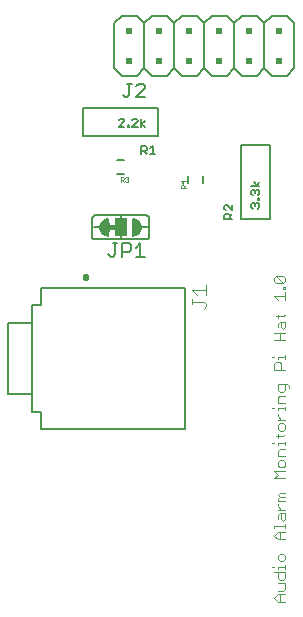
<source format=gto>
G75*
%MOIN*%
%OFA0B0*%
%FSLAX25Y25*%
%IPPOS*%
%LPD*%
%AMOC8*
5,1,8,0,0,1.08239X$1,22.5*
%
%ADD10C,0.00300*%
%ADD11C,0.00500*%
%ADD12C,0.01200*%
%ADD13C,0.00400*%
%ADD14C,0.00800*%
%ADD15R,0.02000X0.02000*%
%ADD16C,0.00600*%
%ADD17C,0.00100*%
%ADD18R,0.04000X0.06000*%
%ADD19C,0.01600*%
D10*
X0092030Y0043317D02*
X0092647Y0043317D01*
X0093881Y0043317D02*
X0096350Y0043317D01*
X0096350Y0043934D02*
X0096350Y0042699D01*
X0096350Y0041485D02*
X0096350Y0039633D01*
X0095733Y0039016D01*
X0094498Y0039016D01*
X0093881Y0039633D01*
X0093881Y0041485D01*
X0093881Y0042699D02*
X0093881Y0043317D01*
X0094498Y0045155D02*
X0093881Y0045772D01*
X0093881Y0047006D01*
X0094498Y0047624D01*
X0095733Y0047624D01*
X0096350Y0047006D01*
X0096350Y0045772D01*
X0095733Y0045155D01*
X0094498Y0045155D01*
X0092647Y0041485D02*
X0096350Y0041485D01*
X0096350Y0037802D02*
X0093881Y0037802D01*
X0093881Y0035333D02*
X0095733Y0035333D01*
X0096350Y0035950D01*
X0096350Y0037802D01*
X0096350Y0034119D02*
X0093881Y0034119D01*
X0092647Y0032884D01*
X0093881Y0031650D01*
X0096350Y0031650D01*
X0094498Y0031650D02*
X0094498Y0034119D01*
X0094498Y0052521D02*
X0094498Y0054990D01*
X0093881Y0054990D02*
X0096350Y0054990D01*
X0096350Y0056204D02*
X0096350Y0057439D01*
X0096350Y0056821D02*
X0092647Y0056821D01*
X0092647Y0056204D01*
X0093881Y0054990D02*
X0092647Y0053756D01*
X0093881Y0052521D01*
X0096350Y0052521D01*
X0095733Y0058660D02*
X0095116Y0059277D01*
X0095116Y0061128D01*
X0094498Y0061128D02*
X0096350Y0061128D01*
X0096350Y0059277D01*
X0095733Y0058660D01*
X0093881Y0060511D02*
X0094498Y0061128D01*
X0093881Y0060511D02*
X0093881Y0059277D01*
X0093881Y0062343D02*
X0096350Y0062343D01*
X0095116Y0062343D02*
X0093881Y0063577D01*
X0093881Y0064194D01*
X0093881Y0065412D02*
X0093881Y0066029D01*
X0094498Y0066647D01*
X0093881Y0067264D01*
X0094498Y0067881D01*
X0096350Y0067881D01*
X0096350Y0066647D02*
X0094498Y0066647D01*
X0093881Y0065412D02*
X0096350Y0065412D01*
X0096350Y0072778D02*
X0092647Y0072778D01*
X0093881Y0074013D01*
X0092647Y0075247D01*
X0096350Y0075247D01*
X0095733Y0076462D02*
X0096350Y0077079D01*
X0096350Y0078313D01*
X0095733Y0078930D01*
X0094498Y0078930D01*
X0093881Y0078313D01*
X0093881Y0077079D01*
X0094498Y0076462D01*
X0095733Y0076462D01*
X0096350Y0080145D02*
X0093881Y0080145D01*
X0093881Y0081996D01*
X0094498Y0082613D01*
X0096350Y0082613D01*
X0096350Y0083828D02*
X0096350Y0085062D01*
X0096350Y0084445D02*
X0093881Y0084445D01*
X0093881Y0083828D01*
X0092647Y0084445D02*
X0092030Y0084445D01*
X0093881Y0086283D02*
X0093881Y0087518D01*
X0093264Y0086900D02*
X0095733Y0086900D01*
X0096350Y0087518D01*
X0095733Y0088739D02*
X0096350Y0089356D01*
X0096350Y0090590D01*
X0095733Y0091207D01*
X0094498Y0091207D01*
X0093881Y0090590D01*
X0093881Y0089356D01*
X0094498Y0088739D01*
X0095733Y0088739D01*
X0096350Y0092422D02*
X0093881Y0092422D01*
X0093881Y0093656D02*
X0093881Y0094273D01*
X0093881Y0093656D02*
X0095116Y0092422D01*
X0096350Y0095491D02*
X0096350Y0096726D01*
X0096350Y0096108D02*
X0093881Y0096108D01*
X0093881Y0095491D01*
X0092647Y0096108D02*
X0092030Y0096108D01*
X0093881Y0097947D02*
X0093881Y0099798D01*
X0094498Y0100415D01*
X0096350Y0100415D01*
X0095733Y0101630D02*
X0096350Y0102247D01*
X0096350Y0104098D01*
X0096967Y0104098D02*
X0093881Y0104098D01*
X0093881Y0102247D01*
X0094498Y0101630D01*
X0095733Y0101630D01*
X0097584Y0102864D02*
X0097584Y0103481D01*
X0096967Y0104098D01*
X0096350Y0108996D02*
X0092647Y0108996D01*
X0092647Y0110848D01*
X0093264Y0111465D01*
X0094498Y0111465D01*
X0095116Y0110848D01*
X0095116Y0108996D01*
X0096350Y0112679D02*
X0096350Y0113914D01*
X0096350Y0113296D02*
X0093881Y0113296D01*
X0093881Y0112679D01*
X0092647Y0113296D02*
X0092030Y0113296D01*
X0092647Y0118818D02*
X0096350Y0118818D01*
X0094498Y0118818D02*
X0094498Y0121286D01*
X0095733Y0122501D02*
X0095116Y0123118D01*
X0095116Y0124970D01*
X0094498Y0124970D02*
X0096350Y0124970D01*
X0096350Y0123118D01*
X0095733Y0122501D01*
X0096350Y0121286D02*
X0092647Y0121286D01*
X0093881Y0123118D02*
X0093881Y0124352D01*
X0094498Y0124970D01*
X0093881Y0126184D02*
X0093881Y0127418D01*
X0093264Y0126801D02*
X0095733Y0126801D01*
X0096350Y0127418D01*
X0096350Y0132323D02*
X0096350Y0134791D01*
X0096350Y0136006D02*
X0096350Y0136623D01*
X0095733Y0136623D01*
X0095733Y0136006D01*
X0096350Y0136006D01*
X0095733Y0137847D02*
X0093264Y0140316D01*
X0095733Y0140316D01*
X0096350Y0139699D01*
X0096350Y0138464D01*
X0095733Y0137847D01*
X0093264Y0137847D01*
X0092647Y0138464D01*
X0092647Y0139699D01*
X0093264Y0140316D01*
X0092647Y0133557D02*
X0096350Y0133557D01*
X0093881Y0132323D02*
X0092647Y0133557D01*
X0093881Y0097947D02*
X0096350Y0097947D01*
D11*
X0014996Y0095043D02*
X0014996Y0089138D01*
X0063028Y0089138D01*
X0063028Y0136382D01*
X0014996Y0136382D01*
X0014996Y0130476D01*
X0011846Y0130476D01*
X0011846Y0124571D01*
X0003972Y0124571D01*
X0003972Y0100949D01*
X0011846Y0100949D01*
X0011846Y0095043D01*
X0014996Y0095043D01*
X0011846Y0095043D01*
X0011846Y0100949D01*
X0011846Y0124571D01*
X0003972Y0124571D01*
X0003972Y0100949D01*
X0011846Y0100949D01*
X0011846Y0124571D01*
X0011846Y0130476D01*
X0014996Y0130476D01*
X0014996Y0136382D01*
X0063028Y0136382D01*
X0063028Y0089138D01*
X0014996Y0089138D01*
X0014996Y0095043D01*
X0038189Y0146750D02*
X0037438Y0147501D01*
X0038189Y0146750D02*
X0038939Y0146750D01*
X0039690Y0147501D01*
X0039690Y0151254D01*
X0038939Y0151254D02*
X0040441Y0151254D01*
X0042042Y0151254D02*
X0042042Y0146750D01*
X0042042Y0148251D02*
X0044294Y0148251D01*
X0045045Y0149002D01*
X0045045Y0150503D01*
X0044294Y0151254D01*
X0042042Y0151254D01*
X0045749Y0153762D02*
X0045501Y0156500D01*
X0045501Y0156500D01*
X0045749Y0159238D01*
X0045750Y0159239D01*
X0045853Y0159227D01*
X0045957Y0159212D01*
X0046059Y0159193D01*
X0046161Y0159169D01*
X0046262Y0159142D01*
X0046361Y0159112D01*
X0046460Y0159077D01*
X0046557Y0159039D01*
X0046652Y0158997D01*
X0046746Y0158951D01*
X0046838Y0158902D01*
X0046929Y0158850D01*
X0047017Y0158794D01*
X0047103Y0158735D01*
X0047186Y0158672D01*
X0047267Y0158607D01*
X0047346Y0158538D01*
X0047422Y0158467D01*
X0047495Y0158392D01*
X0047566Y0158315D01*
X0047633Y0158236D01*
X0047697Y0158153D01*
X0047759Y0158069D01*
X0047816Y0157982D01*
X0047871Y0157893D01*
X0047922Y0157802D01*
X0047970Y0157709D01*
X0048014Y0157615D01*
X0048054Y0157519D01*
X0048091Y0157421D01*
X0048124Y0157322D01*
X0048154Y0157222D01*
X0048179Y0157121D01*
X0048201Y0157019D01*
X0048218Y0156916D01*
X0048232Y0156812D01*
X0048242Y0156709D01*
X0048248Y0156604D01*
X0048250Y0156500D01*
X0048248Y0156396D01*
X0048242Y0156291D01*
X0048232Y0156188D01*
X0048218Y0156084D01*
X0048201Y0155981D01*
X0048179Y0155879D01*
X0048154Y0155778D01*
X0048124Y0155678D01*
X0048091Y0155579D01*
X0048054Y0155481D01*
X0048014Y0155385D01*
X0047970Y0155291D01*
X0047922Y0155198D01*
X0047871Y0155107D01*
X0047816Y0155018D01*
X0047759Y0154931D01*
X0047697Y0154847D01*
X0047633Y0154764D01*
X0047566Y0154685D01*
X0047495Y0154608D01*
X0047422Y0154533D01*
X0047346Y0154462D01*
X0047267Y0154393D01*
X0047186Y0154328D01*
X0047103Y0154265D01*
X0047017Y0154206D01*
X0046929Y0154150D01*
X0046838Y0154098D01*
X0046746Y0154049D01*
X0046652Y0154003D01*
X0046557Y0153961D01*
X0046460Y0153923D01*
X0046361Y0153888D01*
X0046262Y0153858D01*
X0046161Y0153831D01*
X0046059Y0153807D01*
X0045957Y0153788D01*
X0045853Y0153773D01*
X0045750Y0153761D01*
X0045749Y0154238D01*
X0045844Y0154250D01*
X0045937Y0154266D01*
X0046030Y0154287D01*
X0046122Y0154311D01*
X0046213Y0154339D01*
X0046302Y0154370D01*
X0046391Y0154405D01*
X0046477Y0154444D01*
X0046562Y0154487D01*
X0046645Y0154533D01*
X0046726Y0154583D01*
X0046805Y0154635D01*
X0046882Y0154692D01*
X0046956Y0154751D01*
X0047028Y0154813D01*
X0047097Y0154878D01*
X0047163Y0154946D01*
X0047227Y0155017D01*
X0047287Y0155090D01*
X0047344Y0155166D01*
X0047398Y0155244D01*
X0047449Y0155325D01*
X0047496Y0155407D01*
X0047540Y0155491D01*
X0047581Y0155577D01*
X0047617Y0155665D01*
X0047650Y0155754D01*
X0047680Y0155844D01*
X0047705Y0155936D01*
X0047727Y0156028D01*
X0047744Y0156122D01*
X0047758Y0156216D01*
X0047768Y0156310D01*
X0047774Y0156405D01*
X0047776Y0156500D01*
X0047774Y0156595D01*
X0047768Y0156690D01*
X0047758Y0156784D01*
X0047744Y0156878D01*
X0047727Y0156972D01*
X0047705Y0157064D01*
X0047680Y0157156D01*
X0047650Y0157246D01*
X0047617Y0157335D01*
X0047581Y0157423D01*
X0047540Y0157509D01*
X0047496Y0157593D01*
X0047449Y0157675D01*
X0047398Y0157756D01*
X0047344Y0157834D01*
X0047287Y0157910D01*
X0047227Y0157983D01*
X0047163Y0158054D01*
X0047097Y0158122D01*
X0047028Y0158187D01*
X0046956Y0158249D01*
X0046882Y0158308D01*
X0046805Y0158365D01*
X0046726Y0158417D01*
X0046645Y0158467D01*
X0046562Y0158513D01*
X0046477Y0158556D01*
X0046391Y0158595D01*
X0046302Y0158630D01*
X0046213Y0158661D01*
X0046122Y0158689D01*
X0046030Y0158713D01*
X0045937Y0158734D01*
X0045844Y0158750D01*
X0045749Y0158762D01*
X0045749Y0158285D01*
X0045831Y0158271D01*
X0045913Y0158254D01*
X0045993Y0158233D01*
X0046073Y0158209D01*
X0046151Y0158180D01*
X0046228Y0158148D01*
X0046303Y0158113D01*
X0046377Y0158074D01*
X0046449Y0158032D01*
X0046519Y0157987D01*
X0046586Y0157938D01*
X0046651Y0157886D01*
X0046714Y0157832D01*
X0046774Y0157774D01*
X0046832Y0157714D01*
X0046886Y0157651D01*
X0046938Y0157586D01*
X0046987Y0157518D01*
X0047032Y0157449D01*
X0047074Y0157377D01*
X0047113Y0157303D01*
X0047148Y0157228D01*
X0047180Y0157151D01*
X0047209Y0157073D01*
X0047233Y0156993D01*
X0047254Y0156913D01*
X0047271Y0156831D01*
X0047285Y0156749D01*
X0047294Y0156666D01*
X0047300Y0156583D01*
X0047302Y0156500D01*
X0047300Y0156417D01*
X0047294Y0156334D01*
X0047285Y0156251D01*
X0047271Y0156169D01*
X0047254Y0156087D01*
X0047233Y0156007D01*
X0047209Y0155927D01*
X0047180Y0155849D01*
X0047148Y0155772D01*
X0047113Y0155697D01*
X0047074Y0155623D01*
X0047032Y0155551D01*
X0046987Y0155482D01*
X0046938Y0155414D01*
X0046886Y0155349D01*
X0046832Y0155286D01*
X0046774Y0155226D01*
X0046714Y0155168D01*
X0046651Y0155114D01*
X0046586Y0155062D01*
X0046519Y0155013D01*
X0046449Y0154968D01*
X0046377Y0154926D01*
X0046303Y0154887D01*
X0046228Y0154852D01*
X0046151Y0154820D01*
X0046073Y0154791D01*
X0045993Y0154767D01*
X0045913Y0154746D01*
X0045831Y0154729D01*
X0045749Y0154715D01*
X0045749Y0155195D01*
X0045819Y0155211D01*
X0045888Y0155230D01*
X0045956Y0155253D01*
X0046023Y0155279D01*
X0046089Y0155310D01*
X0046152Y0155343D01*
X0046214Y0155380D01*
X0046274Y0155421D01*
X0046331Y0155464D01*
X0046386Y0155511D01*
X0046438Y0155560D01*
X0046488Y0155612D01*
X0046535Y0155667D01*
X0046578Y0155725D01*
X0046619Y0155784D01*
X0046656Y0155846D01*
X0046689Y0155909D01*
X0046720Y0155975D01*
X0046746Y0156042D01*
X0046769Y0156110D01*
X0046789Y0156179D01*
X0046804Y0156250D01*
X0046816Y0156321D01*
X0046824Y0156392D01*
X0046828Y0156464D01*
X0046828Y0156536D01*
X0046824Y0156608D01*
X0046816Y0156679D01*
X0046804Y0156750D01*
X0046789Y0156821D01*
X0046769Y0156890D01*
X0046746Y0156958D01*
X0046720Y0157025D01*
X0046689Y0157091D01*
X0046656Y0157154D01*
X0046619Y0157216D01*
X0046578Y0157275D01*
X0046535Y0157333D01*
X0046488Y0157388D01*
X0046438Y0157440D01*
X0046386Y0157489D01*
X0046331Y0157536D01*
X0046274Y0157579D01*
X0046214Y0157620D01*
X0046152Y0157657D01*
X0046089Y0157690D01*
X0046023Y0157721D01*
X0045956Y0157747D01*
X0045888Y0157770D01*
X0045819Y0157789D01*
X0045749Y0157805D01*
X0045746Y0157318D01*
X0045801Y0157299D01*
X0045854Y0157277D01*
X0045905Y0157252D01*
X0045955Y0157223D01*
X0046002Y0157191D01*
X0046048Y0157155D01*
X0046091Y0157117D01*
X0046131Y0157076D01*
X0046168Y0157032D01*
X0046202Y0156986D01*
X0046233Y0156938D01*
X0046261Y0156887D01*
X0046285Y0156835D01*
X0046306Y0156782D01*
X0046323Y0156727D01*
X0046337Y0156671D01*
X0046346Y0156615D01*
X0046352Y0156557D01*
X0046354Y0156500D01*
X0046352Y0156443D01*
X0046346Y0156385D01*
X0046337Y0156329D01*
X0046323Y0156273D01*
X0046306Y0156218D01*
X0046285Y0156165D01*
X0046261Y0156113D01*
X0046233Y0156062D01*
X0046202Y0156014D01*
X0046168Y0155968D01*
X0046131Y0155924D01*
X0046091Y0155883D01*
X0046048Y0155845D01*
X0046002Y0155809D01*
X0045955Y0155777D01*
X0045905Y0155748D01*
X0045854Y0155723D01*
X0045801Y0155701D01*
X0045746Y0155682D01*
X0045732Y0156199D01*
X0045760Y0156223D01*
X0045786Y0156249D01*
X0045808Y0156278D01*
X0045828Y0156308D01*
X0045845Y0156341D01*
X0045859Y0156375D01*
X0045869Y0156410D01*
X0045876Y0156445D01*
X0045880Y0156482D01*
X0045880Y0156518D01*
X0045876Y0156555D01*
X0045869Y0156590D01*
X0045859Y0156625D01*
X0045845Y0156659D01*
X0045828Y0156692D01*
X0045808Y0156722D01*
X0045786Y0156751D01*
X0045760Y0156777D01*
X0045732Y0156801D01*
X0048147Y0151254D02*
X0046646Y0149753D01*
X0048147Y0151254D02*
X0048147Y0146750D01*
X0046646Y0146750D02*
X0049649Y0146750D01*
X0037251Y0159238D02*
X0037499Y0156500D01*
X0037499Y0156500D01*
X0037251Y0153762D01*
X0037250Y0153761D01*
X0037147Y0153773D01*
X0037043Y0153788D01*
X0036941Y0153807D01*
X0036839Y0153831D01*
X0036738Y0153858D01*
X0036639Y0153888D01*
X0036540Y0153923D01*
X0036443Y0153961D01*
X0036348Y0154003D01*
X0036254Y0154049D01*
X0036162Y0154098D01*
X0036071Y0154150D01*
X0035983Y0154206D01*
X0035897Y0154265D01*
X0035814Y0154328D01*
X0035733Y0154393D01*
X0035654Y0154462D01*
X0035578Y0154533D01*
X0035505Y0154608D01*
X0035434Y0154685D01*
X0035367Y0154764D01*
X0035303Y0154847D01*
X0035241Y0154931D01*
X0035184Y0155018D01*
X0035129Y0155107D01*
X0035078Y0155198D01*
X0035030Y0155291D01*
X0034986Y0155385D01*
X0034946Y0155481D01*
X0034909Y0155579D01*
X0034876Y0155678D01*
X0034846Y0155778D01*
X0034821Y0155879D01*
X0034799Y0155981D01*
X0034782Y0156084D01*
X0034768Y0156188D01*
X0034758Y0156291D01*
X0034752Y0156396D01*
X0034750Y0156500D01*
X0034752Y0156604D01*
X0034758Y0156709D01*
X0034768Y0156812D01*
X0034782Y0156916D01*
X0034799Y0157019D01*
X0034821Y0157121D01*
X0034846Y0157222D01*
X0034876Y0157322D01*
X0034909Y0157421D01*
X0034946Y0157519D01*
X0034986Y0157615D01*
X0035030Y0157709D01*
X0035078Y0157802D01*
X0035129Y0157893D01*
X0035184Y0157982D01*
X0035241Y0158069D01*
X0035303Y0158153D01*
X0035367Y0158236D01*
X0035434Y0158315D01*
X0035505Y0158392D01*
X0035578Y0158467D01*
X0035654Y0158538D01*
X0035733Y0158607D01*
X0035814Y0158672D01*
X0035897Y0158735D01*
X0035983Y0158794D01*
X0036071Y0158850D01*
X0036162Y0158902D01*
X0036254Y0158951D01*
X0036348Y0158997D01*
X0036443Y0159039D01*
X0036540Y0159077D01*
X0036639Y0159112D01*
X0036738Y0159142D01*
X0036839Y0159169D01*
X0036941Y0159193D01*
X0037043Y0159212D01*
X0037147Y0159227D01*
X0037250Y0159239D01*
X0037251Y0158762D01*
X0037156Y0158750D01*
X0037063Y0158734D01*
X0036970Y0158713D01*
X0036878Y0158689D01*
X0036787Y0158661D01*
X0036698Y0158630D01*
X0036609Y0158595D01*
X0036523Y0158556D01*
X0036438Y0158513D01*
X0036355Y0158467D01*
X0036274Y0158417D01*
X0036195Y0158365D01*
X0036118Y0158308D01*
X0036044Y0158249D01*
X0035972Y0158187D01*
X0035903Y0158122D01*
X0035837Y0158054D01*
X0035773Y0157983D01*
X0035713Y0157910D01*
X0035656Y0157834D01*
X0035602Y0157756D01*
X0035551Y0157675D01*
X0035504Y0157593D01*
X0035460Y0157509D01*
X0035419Y0157423D01*
X0035383Y0157335D01*
X0035350Y0157246D01*
X0035320Y0157156D01*
X0035295Y0157064D01*
X0035273Y0156972D01*
X0035256Y0156878D01*
X0035242Y0156784D01*
X0035232Y0156690D01*
X0035226Y0156595D01*
X0035224Y0156500D01*
X0035226Y0156405D01*
X0035232Y0156310D01*
X0035242Y0156216D01*
X0035256Y0156122D01*
X0035273Y0156028D01*
X0035295Y0155936D01*
X0035320Y0155844D01*
X0035350Y0155754D01*
X0035383Y0155665D01*
X0035419Y0155577D01*
X0035460Y0155491D01*
X0035504Y0155407D01*
X0035551Y0155325D01*
X0035602Y0155244D01*
X0035656Y0155166D01*
X0035713Y0155090D01*
X0035773Y0155017D01*
X0035837Y0154946D01*
X0035903Y0154878D01*
X0035972Y0154813D01*
X0036044Y0154751D01*
X0036118Y0154692D01*
X0036195Y0154635D01*
X0036274Y0154583D01*
X0036355Y0154533D01*
X0036438Y0154487D01*
X0036523Y0154444D01*
X0036609Y0154405D01*
X0036698Y0154370D01*
X0036787Y0154339D01*
X0036878Y0154311D01*
X0036970Y0154287D01*
X0037063Y0154266D01*
X0037156Y0154250D01*
X0037251Y0154238D01*
X0037251Y0154715D01*
X0037169Y0154729D01*
X0037087Y0154746D01*
X0037007Y0154767D01*
X0036927Y0154791D01*
X0036849Y0154820D01*
X0036772Y0154852D01*
X0036697Y0154887D01*
X0036623Y0154926D01*
X0036551Y0154968D01*
X0036481Y0155013D01*
X0036414Y0155062D01*
X0036349Y0155114D01*
X0036286Y0155168D01*
X0036226Y0155226D01*
X0036168Y0155286D01*
X0036114Y0155349D01*
X0036062Y0155414D01*
X0036013Y0155482D01*
X0035968Y0155551D01*
X0035926Y0155623D01*
X0035887Y0155697D01*
X0035852Y0155772D01*
X0035820Y0155849D01*
X0035791Y0155927D01*
X0035767Y0156007D01*
X0035746Y0156087D01*
X0035729Y0156169D01*
X0035715Y0156251D01*
X0035706Y0156334D01*
X0035700Y0156417D01*
X0035698Y0156500D01*
X0035700Y0156583D01*
X0035706Y0156666D01*
X0035715Y0156749D01*
X0035729Y0156831D01*
X0035746Y0156913D01*
X0035767Y0156993D01*
X0035791Y0157073D01*
X0035820Y0157151D01*
X0035852Y0157228D01*
X0035887Y0157303D01*
X0035926Y0157377D01*
X0035968Y0157449D01*
X0036013Y0157518D01*
X0036062Y0157586D01*
X0036114Y0157651D01*
X0036168Y0157714D01*
X0036226Y0157774D01*
X0036286Y0157832D01*
X0036349Y0157886D01*
X0036414Y0157938D01*
X0036481Y0157987D01*
X0036551Y0158032D01*
X0036623Y0158074D01*
X0036697Y0158113D01*
X0036772Y0158148D01*
X0036849Y0158180D01*
X0036927Y0158209D01*
X0037007Y0158233D01*
X0037087Y0158254D01*
X0037169Y0158271D01*
X0037251Y0158285D01*
X0037251Y0157805D01*
X0037181Y0157789D01*
X0037112Y0157770D01*
X0037044Y0157747D01*
X0036977Y0157721D01*
X0036911Y0157690D01*
X0036848Y0157657D01*
X0036786Y0157620D01*
X0036726Y0157579D01*
X0036669Y0157536D01*
X0036614Y0157489D01*
X0036562Y0157440D01*
X0036512Y0157388D01*
X0036465Y0157333D01*
X0036422Y0157275D01*
X0036381Y0157216D01*
X0036344Y0157154D01*
X0036311Y0157091D01*
X0036280Y0157025D01*
X0036254Y0156958D01*
X0036231Y0156890D01*
X0036211Y0156821D01*
X0036196Y0156750D01*
X0036184Y0156679D01*
X0036176Y0156608D01*
X0036172Y0156536D01*
X0036172Y0156464D01*
X0036176Y0156392D01*
X0036184Y0156321D01*
X0036196Y0156250D01*
X0036211Y0156179D01*
X0036231Y0156110D01*
X0036254Y0156042D01*
X0036280Y0155975D01*
X0036311Y0155909D01*
X0036344Y0155846D01*
X0036381Y0155784D01*
X0036422Y0155725D01*
X0036465Y0155667D01*
X0036512Y0155612D01*
X0036562Y0155560D01*
X0036614Y0155511D01*
X0036669Y0155464D01*
X0036726Y0155421D01*
X0036786Y0155380D01*
X0036848Y0155343D01*
X0036911Y0155310D01*
X0036977Y0155279D01*
X0037044Y0155253D01*
X0037112Y0155230D01*
X0037181Y0155211D01*
X0037251Y0155195D01*
X0037254Y0155682D01*
X0037199Y0155701D01*
X0037146Y0155723D01*
X0037095Y0155748D01*
X0037045Y0155777D01*
X0036998Y0155809D01*
X0036952Y0155845D01*
X0036909Y0155883D01*
X0036869Y0155924D01*
X0036832Y0155968D01*
X0036798Y0156014D01*
X0036767Y0156062D01*
X0036739Y0156113D01*
X0036715Y0156165D01*
X0036694Y0156218D01*
X0036677Y0156273D01*
X0036663Y0156329D01*
X0036654Y0156385D01*
X0036648Y0156443D01*
X0036646Y0156500D01*
X0036648Y0156557D01*
X0036654Y0156615D01*
X0036663Y0156671D01*
X0036677Y0156727D01*
X0036694Y0156782D01*
X0036715Y0156835D01*
X0036739Y0156887D01*
X0036767Y0156938D01*
X0036798Y0156986D01*
X0036832Y0157032D01*
X0036869Y0157076D01*
X0036909Y0157117D01*
X0036952Y0157155D01*
X0036998Y0157191D01*
X0037045Y0157223D01*
X0037095Y0157252D01*
X0037146Y0157277D01*
X0037199Y0157299D01*
X0037254Y0157318D01*
X0037268Y0156801D01*
X0037240Y0156777D01*
X0037214Y0156751D01*
X0037192Y0156722D01*
X0037172Y0156692D01*
X0037155Y0156659D01*
X0037141Y0156625D01*
X0037131Y0156590D01*
X0037124Y0156555D01*
X0037120Y0156518D01*
X0037120Y0156482D01*
X0037124Y0156445D01*
X0037131Y0156410D01*
X0037141Y0156375D01*
X0037155Y0156341D01*
X0037172Y0156308D01*
X0037192Y0156278D01*
X0037214Y0156249D01*
X0037240Y0156223D01*
X0037268Y0156199D01*
X0048357Y0181050D02*
X0048357Y0183752D01*
X0049708Y0183752D01*
X0050159Y0183302D01*
X0050159Y0182401D01*
X0049708Y0181951D01*
X0048357Y0181951D01*
X0049258Y0181951D02*
X0050159Y0181050D01*
X0051303Y0181050D02*
X0053105Y0181050D01*
X0052204Y0181050D02*
X0052204Y0183752D01*
X0051303Y0182852D01*
X0049646Y0190050D02*
X0048295Y0190951D01*
X0049646Y0191852D01*
X0048295Y0192752D02*
X0048295Y0190050D01*
X0047150Y0190050D02*
X0045348Y0190050D01*
X0047150Y0191852D01*
X0047150Y0192302D01*
X0046699Y0192752D01*
X0045798Y0192752D01*
X0045348Y0192302D01*
X0044325Y0190500D02*
X0044325Y0190050D01*
X0043875Y0190050D01*
X0043875Y0190500D01*
X0044325Y0190500D01*
X0042730Y0190050D02*
X0040928Y0190050D01*
X0042730Y0191852D01*
X0042730Y0192302D01*
X0042279Y0192752D01*
X0041379Y0192752D01*
X0040928Y0192302D01*
X0042953Y0199841D02*
X0042203Y0200591D01*
X0042953Y0199841D02*
X0043704Y0199841D01*
X0044455Y0200591D01*
X0044455Y0204344D01*
X0045205Y0204344D02*
X0043704Y0204344D01*
X0046807Y0203594D02*
X0047557Y0204344D01*
X0049059Y0204344D01*
X0049809Y0203594D01*
X0049809Y0202843D01*
X0046807Y0199841D01*
X0049809Y0199841D01*
X0076498Y0163998D02*
X0076048Y0163548D01*
X0076048Y0162647D01*
X0076498Y0162197D01*
X0076498Y0161052D02*
X0077399Y0161052D01*
X0077849Y0160601D01*
X0077849Y0159250D01*
X0077849Y0160151D02*
X0078750Y0161052D01*
X0078750Y0162197D02*
X0076948Y0163998D01*
X0076498Y0163998D01*
X0078750Y0163998D02*
X0078750Y0162197D01*
X0078750Y0159250D02*
X0076048Y0159250D01*
X0076048Y0160601D01*
X0076498Y0161052D01*
X0085048Y0163200D02*
X0085048Y0164101D01*
X0085498Y0164552D01*
X0085948Y0164552D01*
X0086399Y0164101D01*
X0086849Y0164552D01*
X0087300Y0164552D01*
X0087750Y0164101D01*
X0087750Y0163200D01*
X0087300Y0162750D01*
X0086399Y0163651D02*
X0086399Y0164101D01*
X0085498Y0162750D02*
X0085048Y0163200D01*
X0087300Y0165697D02*
X0087300Y0166147D01*
X0087750Y0166147D01*
X0087750Y0165697D01*
X0087300Y0165697D01*
X0087300Y0167170D02*
X0087750Y0167620D01*
X0087750Y0168521D01*
X0087300Y0168971D01*
X0086849Y0168971D01*
X0086399Y0168521D01*
X0086399Y0168071D01*
X0086399Y0168521D02*
X0085948Y0168971D01*
X0085498Y0168971D01*
X0085048Y0168521D01*
X0085048Y0167620D01*
X0085498Y0167170D01*
X0085048Y0170116D02*
X0087750Y0170116D01*
X0086849Y0170116D02*
X0087750Y0171467D01*
X0086849Y0170116D02*
X0085948Y0171467D01*
D12*
X0029602Y0139760D02*
X0029604Y0139799D01*
X0029610Y0139838D01*
X0029620Y0139876D01*
X0029633Y0139913D01*
X0029650Y0139948D01*
X0029670Y0139982D01*
X0029694Y0140013D01*
X0029721Y0140042D01*
X0029750Y0140068D01*
X0029782Y0140091D01*
X0029816Y0140111D01*
X0029852Y0140127D01*
X0029889Y0140139D01*
X0029928Y0140148D01*
X0029967Y0140153D01*
X0030006Y0140154D01*
X0030045Y0140151D01*
X0030084Y0140144D01*
X0030121Y0140133D01*
X0030158Y0140119D01*
X0030193Y0140101D01*
X0030226Y0140080D01*
X0030257Y0140055D01*
X0030285Y0140028D01*
X0030310Y0139998D01*
X0030332Y0139965D01*
X0030351Y0139931D01*
X0030366Y0139895D01*
X0030378Y0139857D01*
X0030386Y0139819D01*
X0030390Y0139780D01*
X0030390Y0139740D01*
X0030386Y0139701D01*
X0030378Y0139663D01*
X0030366Y0139625D01*
X0030351Y0139589D01*
X0030332Y0139555D01*
X0030310Y0139522D01*
X0030285Y0139492D01*
X0030257Y0139465D01*
X0030226Y0139440D01*
X0030193Y0139419D01*
X0030158Y0139401D01*
X0030121Y0139387D01*
X0030084Y0139376D01*
X0030045Y0139369D01*
X0030006Y0139366D01*
X0029967Y0139367D01*
X0029928Y0139372D01*
X0029889Y0139381D01*
X0029852Y0139393D01*
X0029816Y0139409D01*
X0029782Y0139429D01*
X0029750Y0139452D01*
X0029721Y0139478D01*
X0029694Y0139507D01*
X0029670Y0139538D01*
X0029650Y0139572D01*
X0029633Y0139607D01*
X0029620Y0139644D01*
X0029610Y0139682D01*
X0029604Y0139721D01*
X0029602Y0139760D01*
X0029604Y0139799D01*
X0029610Y0139838D01*
X0029620Y0139876D01*
X0029633Y0139913D01*
X0029650Y0139948D01*
X0029670Y0139982D01*
X0029694Y0140013D01*
X0029721Y0140042D01*
X0029750Y0140068D01*
X0029782Y0140091D01*
X0029816Y0140111D01*
X0029852Y0140127D01*
X0029889Y0140139D01*
X0029928Y0140148D01*
X0029967Y0140153D01*
X0030006Y0140154D01*
X0030045Y0140151D01*
X0030084Y0140144D01*
X0030121Y0140133D01*
X0030158Y0140119D01*
X0030193Y0140101D01*
X0030226Y0140080D01*
X0030257Y0140055D01*
X0030285Y0140028D01*
X0030310Y0139998D01*
X0030332Y0139965D01*
X0030351Y0139931D01*
X0030366Y0139895D01*
X0030378Y0139857D01*
X0030386Y0139819D01*
X0030390Y0139780D01*
X0030390Y0139740D01*
X0030386Y0139701D01*
X0030378Y0139663D01*
X0030366Y0139625D01*
X0030351Y0139589D01*
X0030332Y0139555D01*
X0030310Y0139522D01*
X0030285Y0139492D01*
X0030257Y0139465D01*
X0030226Y0139440D01*
X0030193Y0139419D01*
X0030158Y0139401D01*
X0030121Y0139387D01*
X0030084Y0139376D01*
X0030045Y0139369D01*
X0030006Y0139366D01*
X0029967Y0139367D01*
X0029928Y0139372D01*
X0029889Y0139381D01*
X0029852Y0139393D01*
X0029816Y0139409D01*
X0029782Y0139429D01*
X0029750Y0139452D01*
X0029721Y0139478D01*
X0029694Y0139507D01*
X0029670Y0139538D01*
X0029650Y0139572D01*
X0029633Y0139607D01*
X0029620Y0139644D01*
X0029610Y0139682D01*
X0029604Y0139721D01*
X0029602Y0139760D01*
D13*
X0065314Y0135569D02*
X0069937Y0135569D01*
X0069937Y0137110D02*
X0069937Y0134027D01*
X0069166Y0131717D02*
X0065314Y0131717D01*
X0065314Y0130947D02*
X0065314Y0132488D01*
X0066855Y0134027D02*
X0065314Y0135569D01*
X0069166Y0131717D02*
X0069937Y0130947D01*
X0069937Y0130176D01*
X0069166Y0129406D01*
D14*
X0081776Y0159098D02*
X0081776Y0183902D01*
X0091224Y0183902D01*
X0091224Y0159098D01*
X0081776Y0159098D01*
X0081953Y0207091D02*
X0086953Y0207091D01*
X0089453Y0209591D01*
X0089453Y0224591D01*
X0091953Y0227091D01*
X0096953Y0227091D01*
X0099453Y0224591D01*
X0099453Y0209591D01*
X0096953Y0207091D01*
X0091953Y0207091D01*
X0089453Y0209591D01*
X0081953Y0207091D02*
X0079453Y0209591D01*
X0079453Y0224591D01*
X0081953Y0227091D01*
X0086953Y0227091D01*
X0089453Y0224591D01*
X0079453Y0224591D02*
X0076953Y0227091D01*
X0071953Y0227091D01*
X0069453Y0224591D01*
X0069453Y0209591D01*
X0071953Y0207091D01*
X0076953Y0207091D01*
X0079453Y0209591D01*
X0069453Y0209591D02*
X0066953Y0207091D01*
X0061953Y0207091D01*
X0059453Y0209591D01*
X0059453Y0224591D01*
X0061953Y0227091D01*
X0066953Y0227091D01*
X0069453Y0224591D01*
X0059453Y0224591D02*
X0056953Y0227091D01*
X0051953Y0227091D01*
X0049453Y0224591D01*
X0049453Y0209591D01*
X0051953Y0207091D01*
X0056953Y0207091D01*
X0059453Y0209591D01*
X0053902Y0196224D02*
X0029098Y0196224D01*
X0029098Y0186776D01*
X0053902Y0186776D01*
X0053902Y0196224D01*
X0046953Y0207091D02*
X0049453Y0209591D01*
X0046953Y0207091D02*
X0041953Y0207091D01*
X0039453Y0209591D01*
X0039453Y0224591D01*
X0041953Y0227091D01*
X0046953Y0227091D01*
X0049453Y0224591D01*
D15*
X0044453Y0222091D03*
X0044453Y0212091D03*
X0054453Y0212091D03*
X0054453Y0222091D03*
X0064453Y0222091D03*
X0064453Y0212091D03*
X0074453Y0212091D03*
X0074453Y0222091D03*
X0084453Y0222091D03*
X0084453Y0212091D03*
X0094453Y0212091D03*
X0094453Y0222091D03*
D16*
X0068862Y0173681D02*
X0068862Y0171319D01*
X0064138Y0171319D02*
X0064138Y0173681D01*
X0051000Y0159500D02*
X0051000Y0153500D01*
X0050998Y0153440D01*
X0050993Y0153379D01*
X0050984Y0153320D01*
X0050971Y0153261D01*
X0050955Y0153202D01*
X0050935Y0153145D01*
X0050912Y0153090D01*
X0050885Y0153035D01*
X0050856Y0152983D01*
X0050823Y0152932D01*
X0050787Y0152883D01*
X0050749Y0152837D01*
X0050707Y0152793D01*
X0050663Y0152751D01*
X0050617Y0152713D01*
X0050568Y0152677D01*
X0050517Y0152644D01*
X0050465Y0152615D01*
X0050410Y0152588D01*
X0050355Y0152565D01*
X0050298Y0152545D01*
X0050239Y0152529D01*
X0050180Y0152516D01*
X0050121Y0152507D01*
X0050060Y0152502D01*
X0050000Y0152500D01*
X0033000Y0152500D01*
X0032940Y0152502D01*
X0032879Y0152507D01*
X0032820Y0152516D01*
X0032761Y0152529D01*
X0032702Y0152545D01*
X0032645Y0152565D01*
X0032590Y0152588D01*
X0032535Y0152615D01*
X0032483Y0152644D01*
X0032432Y0152677D01*
X0032383Y0152713D01*
X0032337Y0152751D01*
X0032293Y0152793D01*
X0032251Y0152837D01*
X0032213Y0152883D01*
X0032177Y0152932D01*
X0032144Y0152983D01*
X0032115Y0153035D01*
X0032088Y0153090D01*
X0032065Y0153145D01*
X0032045Y0153202D01*
X0032029Y0153261D01*
X0032016Y0153320D01*
X0032007Y0153379D01*
X0032002Y0153440D01*
X0032000Y0153500D01*
X0032000Y0159500D01*
X0032002Y0159560D01*
X0032007Y0159621D01*
X0032016Y0159680D01*
X0032029Y0159739D01*
X0032045Y0159798D01*
X0032065Y0159855D01*
X0032088Y0159910D01*
X0032115Y0159965D01*
X0032144Y0160017D01*
X0032177Y0160068D01*
X0032213Y0160117D01*
X0032251Y0160163D01*
X0032293Y0160207D01*
X0032337Y0160249D01*
X0032383Y0160287D01*
X0032432Y0160323D01*
X0032483Y0160356D01*
X0032535Y0160385D01*
X0032590Y0160412D01*
X0032645Y0160435D01*
X0032702Y0160455D01*
X0032761Y0160471D01*
X0032820Y0160484D01*
X0032879Y0160493D01*
X0032940Y0160498D01*
X0033000Y0160500D01*
X0050000Y0160500D01*
X0050060Y0160498D01*
X0050121Y0160493D01*
X0050180Y0160484D01*
X0050239Y0160471D01*
X0050298Y0160455D01*
X0050355Y0160435D01*
X0050410Y0160412D01*
X0050465Y0160385D01*
X0050517Y0160356D01*
X0050568Y0160323D01*
X0050617Y0160287D01*
X0050663Y0160249D01*
X0050707Y0160207D01*
X0050749Y0160163D01*
X0050787Y0160117D01*
X0050823Y0160068D01*
X0050856Y0160017D01*
X0050885Y0159965D01*
X0050912Y0159910D01*
X0050935Y0159855D01*
X0050955Y0159798D01*
X0050971Y0159739D01*
X0050984Y0159680D01*
X0050993Y0159621D01*
X0050998Y0159560D01*
X0051000Y0159500D01*
X0050500Y0156500D02*
X0048500Y0156500D01*
X0041500Y0153500D02*
X0041500Y0152500D01*
X0041500Y0159500D02*
X0041500Y0160500D01*
X0034500Y0156500D02*
X0032500Y0156500D01*
X0040319Y0174138D02*
X0042681Y0174138D01*
X0042681Y0178862D02*
X0040319Y0178862D01*
D17*
X0041603Y0173201D02*
X0042354Y0173201D01*
X0042604Y0172951D01*
X0042604Y0172451D01*
X0042354Y0172200D01*
X0041603Y0172200D01*
X0041603Y0171700D02*
X0041603Y0173201D01*
X0042104Y0172200D02*
X0042604Y0171700D01*
X0043077Y0171950D02*
X0043327Y0171700D01*
X0043827Y0171700D01*
X0044078Y0171950D01*
X0044078Y0172200D01*
X0043827Y0172451D01*
X0043577Y0172451D01*
X0043827Y0172451D02*
X0044078Y0172701D01*
X0044078Y0172951D01*
X0043827Y0173201D01*
X0043327Y0173201D01*
X0043077Y0172951D01*
X0061699Y0171774D02*
X0062449Y0171023D01*
X0062449Y0172024D01*
X0061699Y0171774D02*
X0063200Y0171774D01*
X0063200Y0170551D02*
X0062700Y0170050D01*
X0062700Y0170301D02*
X0062700Y0169550D01*
X0063200Y0169550D02*
X0061699Y0169550D01*
X0061699Y0170301D01*
X0061949Y0170551D01*
X0062449Y0170551D01*
X0062700Y0170301D01*
D18*
X0041500Y0156500D03*
D19*
X0036500Y0156500D01*
M02*

</source>
